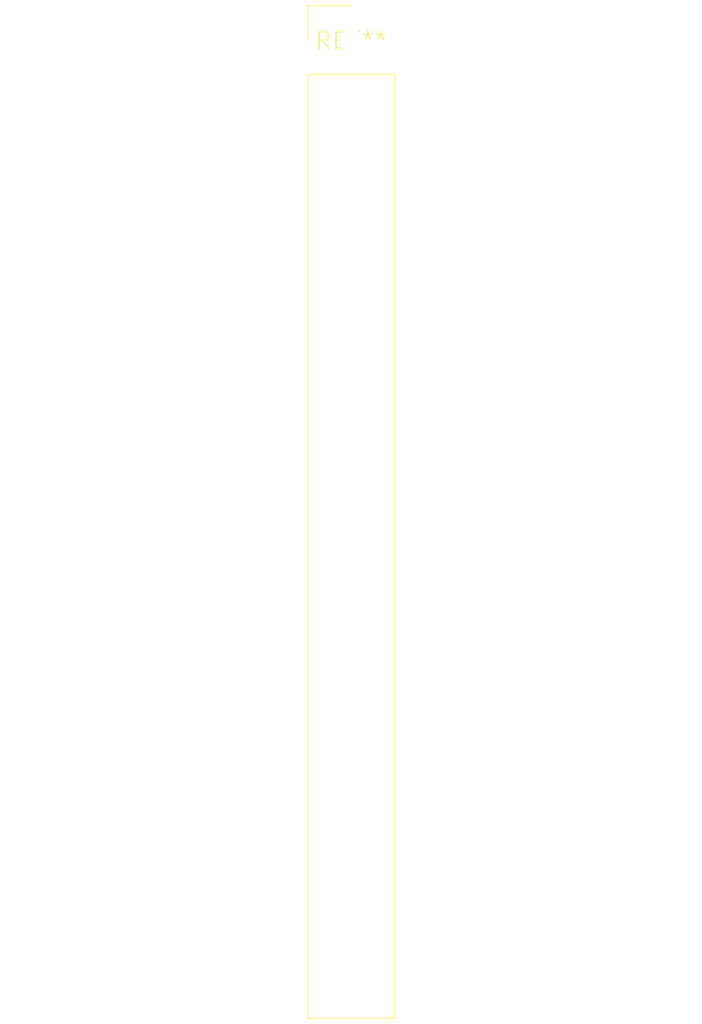
<source format=kicad_pcb>
(kicad_pcb (version 20240108) (generator pcbnew)
  (layers (0 "F.Cu" signal) (31 "B.Cu" signal) (34 "B.Paste" user) (35 "F.Paste" user) (36 "B.SilkS" user "B.Silkscreen") (37 "F.SilkS" user "F.Silkscreen") (38 "B.Mask" user) (39 "F.Mask" user) (44 "Edge.Cuts" user))
  (net 0 "")
  (footprint "Samtec_HPM-15-05-x-S_Straight_1x15_Pitch5.08mm" (layer "F.Cu") (at 0 0)
    (property "Reference" "REF**")
    (property "Value" "Samtec_HPM-15-05-x-S_Straight_1x15_Pitch5.08mm")
    (fp_line (start -3.285 -2.65) (end 0 -2.65) (layer "F.SilkS") (stroke (width 0.12)))
    (fp_line (start -3.285 0) (end -3.285 -2.65) (layer "F.SilkS") (stroke (width 0.12)))
    (fp_line (start -3.285 2.54) (end -3.285 73.77) (layer "F.SilkS") (stroke (width 0.12)))
    (fp_line (start -3.285 2.54) (end 3.285 2.54) (layer "F.SilkS") (stroke (width 0.12)))
    (fp_line (start -3.285 73.77) (end 3.285 73.77) (layer "F.SilkS") (stroke (width 0.12)))
    (fp_line (start 3.285 2.54) (end 3.285 73.77) (layer "F.SilkS") (stroke (width 0.12)))
    (pad "1" thru_hole rect (at 0 0) (size 2.8 2.8) (drill 1.75) (layers *.Cu *.Mask) (remove_unused_layers))
    (pad "2" thru_hole circle (at 0 5.08) (size 2.8 2.8) (drill 1.75) (layers *.Cu *.Mask) (remove_unused_layers))
    (pad "3" thru_hole circle (at 0 10.16) (size 2.8 2.8) (drill 1.75) (layers *.Cu *.Mask) (remove_unused_layers))
    (pad "4" thru_hole circle (at 0 15.24) (size 2.8 2.8) (drill 1.75) (layers *.Cu *.Mask) (remove_unused_layers))
    (pad "5" thru_hole circle (at 0 20.32) (size 2.8 2.8) (drill 1.75) (layers *.Cu *.Mask) (remove_unused_layers))
    (pad "6" thru_hole circle (at 0 25.4) (size 2.8 2.8) (drill 1.75) (layers *.Cu *.Mask) (remove_unused_layers))
    (pad "7" thru_hole circle (at 0 30.48) (size 2.8 2.8) (drill 1.75) (layers *.Cu *.Mask) (remove_unused_layers))
    (pad "8" thru_hole circle (at 0 35.56) (size 2.8 2.8) (drill 1.75) (layers *.Cu *.Mask) (remove_unused_layers))
    (pad "9" thru_hole circle (at 0 40.64) (size 2.8 2.8) (drill 1.75) (layers *.Cu *.Mask) (remove_unused_layers))
    (pad "10" thru_hole circle (at 0 45.72) (size 2.8 2.8) (drill 1.75) (layers *.Cu *.Mask) (remove_unused_layers))
    (pad "11" thru_hole circle (at 0 50.8) (size 2.8 2.8) (drill 1.75) (layers *.Cu *.Mask) (remove_unused_layers))
    (pad "12" thru_hole circle (at 0 55.88) (size 2.8 2.8) (drill 1.75) (layers *.Cu *.Mask) (remove_unused_layers))
    (pad "13" thru_hole circle (at 0 60.96) (size 2.8 2.8) (drill 1.75) (layers *.Cu *.Mask) (remove_unused_layers))
    (pad "14" thru_hole circle (at 0 66.04) (size 2.8 2.8) (drill 1.75) (layers *.Cu *.Mask) (remove_unused_layers))
    (pad "15" thru_hole circle (at 0 71.12) (size 2.8 2.8) (drill 1.75) (layers *.Cu *.Mask) (remove_unused_layers))
  )
)
</source>
